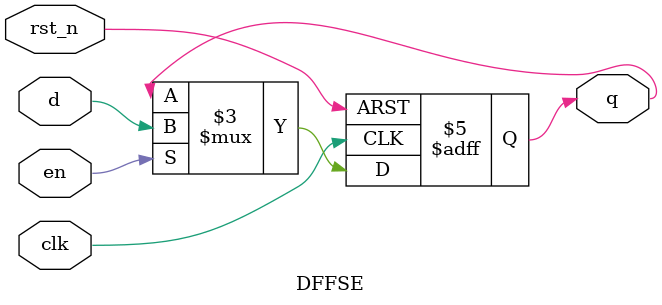
<source format=v>
module DFFSE(
    clk,
    rst_n,
    d,
    en,
    q
);

parameter WIDTH = 1;

input wire clk;
input wire rst_n;
input wire en;
input wire [WIDTH-1:0]d;
output reg [WIDTH-1:0]q;

always@(posedge clk or negedge rst_n)begin
    if(~rst_n)begin
        q <= {WIDTH{1'b1}};
    end
    else if(en) begin
        q <= d;
    end
end

endmodule

</source>
